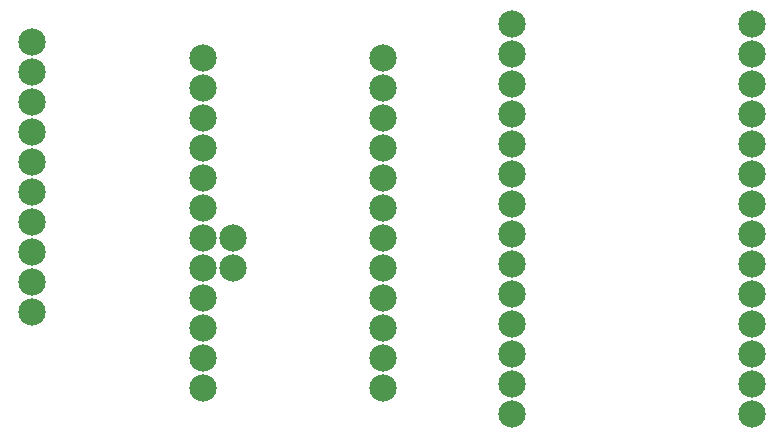
<source format=gbr>
G04 #@! TF.FileFunction,Soldermask,Top*
%FSLAX46Y46*%
G04 Gerber Fmt 4.6, Leading zero omitted, Abs format (unit mm)*
G04 Created by KiCad (PCBNEW 4.0.7) date Friday, July 06, 2018 'PMt' 05:05:22 PM*
%MOMM*%
%LPD*%
G01*
G04 APERTURE LIST*
%ADD10C,0.100000*%
%ADD11C,2.305000*%
G04 APERTURE END LIST*
D10*
D11*
X152273000Y-83312000D03*
X152273000Y-80772000D03*
X152273000Y-78232000D03*
X152273000Y-75692000D03*
X152273000Y-73152000D03*
X152273000Y-70612000D03*
X152273000Y-68072000D03*
X152273000Y-65532000D03*
X152273000Y-62992000D03*
X152273000Y-60452000D03*
X166751000Y-61849000D03*
X166751000Y-64389000D03*
X166751000Y-66929000D03*
X166751000Y-69469000D03*
X166751000Y-72009000D03*
X166751000Y-74549000D03*
X166751000Y-77089000D03*
X166751000Y-79629000D03*
X166751000Y-82169000D03*
X166751000Y-84709000D03*
X166751000Y-87249000D03*
X166751000Y-89789000D03*
X169291000Y-77089000D03*
X169291000Y-79629000D03*
X181991000Y-89789000D03*
X181991000Y-87249000D03*
X181991000Y-84709000D03*
X181991000Y-82169000D03*
X181991000Y-79629000D03*
X181991000Y-77089000D03*
X181991000Y-74549000D03*
X181991000Y-72009000D03*
X181991000Y-69469000D03*
X181991000Y-66929000D03*
X181991000Y-64389000D03*
X181991000Y-61849000D03*
X192913000Y-58928000D03*
X192913000Y-61468000D03*
X192913000Y-64008000D03*
X192913000Y-66548000D03*
X192913000Y-69088000D03*
X192913000Y-71628000D03*
X192913000Y-74168000D03*
X192913000Y-76708000D03*
X192913000Y-79248000D03*
X192913000Y-81788000D03*
X192913000Y-84328000D03*
X192913000Y-86868000D03*
X192913000Y-89408000D03*
X192913000Y-91948000D03*
X213233000Y-91948000D03*
X213233000Y-89408000D03*
X213233000Y-86868000D03*
X213233000Y-84328000D03*
X213233000Y-81788000D03*
X213233000Y-79248000D03*
X213233000Y-76708000D03*
X213233000Y-74168000D03*
X213233000Y-71628000D03*
X213233000Y-69088000D03*
X213233000Y-66548000D03*
X213233000Y-64008000D03*
X213233000Y-61468000D03*
X213233000Y-58928000D03*
M02*

</source>
